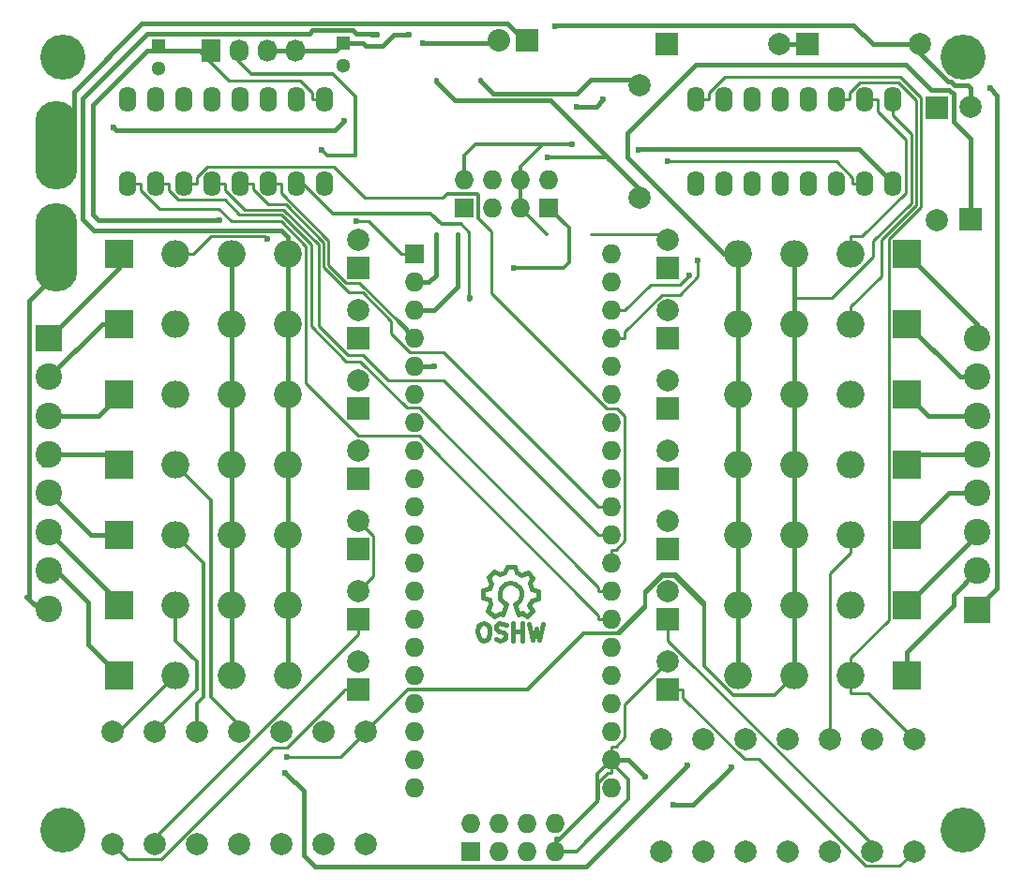
<source format=gtl>
G04 #@! TF.FileFunction,Copper,L1,Top,Signal*
%FSLAX46Y46*%
G04 Gerber Fmt 4.6, Leading zero omitted, Abs format (unit mm)*
G04 Created by KiCad (PCBNEW (2016-01-13 BZR 6465, Git 5af18e5)-product) date Wed 03 Feb 2016 11:46:56 AWST*
%MOMM*%
G01*
G04 APERTURE LIST*
%ADD10C,0.100000*%
%ADD11C,0.381000*%
%ADD12C,2.400000*%
%ADD13R,2.400000X2.400000*%
%ADD14C,1.998980*%
%ADD15R,1.998980X1.998980*%
%ADD16C,4.064000*%
%ADD17R,1.727200X1.727200*%
%ADD18O,1.727200X1.727200*%
%ADD19R,2.000000X2.000000*%
%ADD20C,2.000000*%
%ADD21R,2.032000X2.032000*%
%ADD22O,2.032000X2.032000*%
%ADD23R,1.727200X2.032000*%
%ADD24O,1.727200X2.032000*%
%ADD25O,1.600000X2.300000*%
%ADD26R,2.500000X2.500000*%
%ADD27O,2.500000X2.500000*%
%ADD28R,1.300000X1.300000*%
%ADD29C,1.300000*%
%ADD30O,3.800000X8.000000*%
%ADD31C,0.600000*%
%ADD32C,0.400000*%
%ADD33C,0.300000*%
%ADD34C,0.250000*%
G04 APERTURE END LIST*
D10*
D11*
X190644780Y-129943860D02*
X191005460Y-131414520D01*
X191005460Y-131414520D02*
X191284860Y-130352800D01*
X191284860Y-130352800D02*
X191594740Y-131424680D01*
X191594740Y-131424680D02*
X191935100Y-129974340D01*
X189224920Y-130634740D02*
X190014860Y-130624580D01*
X190014860Y-130624580D02*
X190025020Y-130634740D01*
X190025020Y-130634740D02*
X190025020Y-130624580D01*
X190065660Y-129913380D02*
X190065660Y-131455160D01*
X189176660Y-129903220D02*
X189176660Y-131472940D01*
X189176660Y-131472940D02*
X189186820Y-131462780D01*
X188625480Y-130004820D02*
X188274960Y-129923540D01*
X188274960Y-129923540D02*
X187954920Y-129913380D01*
X187954920Y-129913380D02*
X187716160Y-130114040D01*
X187716160Y-130114040D02*
X187685680Y-130383280D01*
X187685680Y-130383280D02*
X187926980Y-130624580D01*
X187926980Y-130624580D02*
X188315600Y-130754120D01*
X188315600Y-130754120D02*
X188495940Y-130914140D01*
X188495940Y-130914140D02*
X188536580Y-131213860D01*
X188536580Y-131213860D02*
X188305440Y-131434840D01*
X188305440Y-131434840D02*
X187985400Y-131462780D01*
X187985400Y-131462780D02*
X187634880Y-131353560D01*
X186596020Y-129903220D02*
X186347100Y-129923540D01*
X186347100Y-129923540D02*
X186105800Y-130164840D01*
X186105800Y-130164840D02*
X186016900Y-130655060D01*
X186016900Y-130655060D02*
X186044840Y-131003040D01*
X186044840Y-131003040D02*
X186245500Y-131323080D01*
X186245500Y-131323080D02*
X186496960Y-131445000D01*
X186496960Y-131445000D02*
X186806840Y-131373880D01*
X186806840Y-131373880D02*
X187025280Y-131193540D01*
X187025280Y-131193540D02*
X187096400Y-130733800D01*
X187096400Y-130733800D02*
X187045600Y-130324860D01*
X187045600Y-130324860D02*
X186936380Y-130042920D01*
X186936380Y-130042920D02*
X186575700Y-129913380D01*
X187195460Y-128183640D02*
X186936380Y-128744980D01*
X186936380Y-128744980D02*
X187474860Y-129263140D01*
X187474860Y-129263140D02*
X187995560Y-128993900D01*
X187995560Y-128993900D02*
X188274960Y-129153920D01*
X189715140Y-129133600D02*
X190045340Y-128943100D01*
X190045340Y-128943100D02*
X190484760Y-129273300D01*
X190484760Y-129273300D02*
X190957200Y-128783080D01*
X190957200Y-128783080D02*
X190675260Y-128303020D01*
X190675260Y-128303020D02*
X190865760Y-127833120D01*
X190865760Y-127833120D02*
X191475360Y-127645160D01*
X191475360Y-127645160D02*
X191475360Y-126964440D01*
X191475360Y-126964440D02*
X190916560Y-126824740D01*
X190916560Y-126824740D02*
X190715900Y-126253240D01*
X190715900Y-126253240D02*
X190985140Y-125783340D01*
X190985140Y-125783340D02*
X190515240Y-125272800D01*
X190515240Y-125272800D02*
X189997080Y-125534420D01*
X189997080Y-125534420D02*
X189527180Y-125333760D01*
X189527180Y-125333760D02*
X189357000Y-124792740D01*
X189357000Y-124792740D02*
X188666120Y-124774960D01*
X188666120Y-124774960D02*
X188455300Y-125323600D01*
X188455300Y-125323600D02*
X188036200Y-125493780D01*
X188036200Y-125493780D02*
X187485020Y-125224540D01*
X187485020Y-125224540D02*
X186966860Y-125752860D01*
X186966860Y-125752860D02*
X187215780Y-126293880D01*
X187215780Y-126293880D02*
X187045600Y-126773940D01*
X187045600Y-126773940D02*
X186496960Y-126873000D01*
X186496960Y-126873000D02*
X186486800Y-127574040D01*
X186486800Y-127574040D02*
X187045600Y-127774700D01*
X187045600Y-127774700D02*
X187185300Y-128173480D01*
X189326520Y-128153160D02*
X189626240Y-128003300D01*
X189626240Y-128003300D02*
X189826900Y-127805180D01*
X189826900Y-127805180D02*
X189976760Y-127403860D01*
X189976760Y-127403860D02*
X189976760Y-127005080D01*
X189976760Y-127005080D02*
X189826900Y-126654560D01*
X189826900Y-126654560D02*
X189374780Y-126304040D01*
X189374780Y-126304040D02*
X188925200Y-126253240D01*
X188925200Y-126253240D02*
X188526420Y-126354840D01*
X188526420Y-126354840D02*
X188125100Y-126702820D01*
X188125100Y-126702820D02*
X187975240Y-127154940D01*
X187975240Y-127154940D02*
X188026040Y-127652780D01*
X188026040Y-127652780D02*
X188274960Y-127955040D01*
X188274960Y-127955040D02*
X188625480Y-128153160D01*
X188625480Y-128153160D02*
X188274960Y-129153920D01*
X189326520Y-128153160D02*
X189725300Y-129153920D01*
D12*
X231140000Y-121651000D03*
X231140000Y-125151000D03*
X231140000Y-118151000D03*
X231140000Y-114651000D03*
X231140000Y-111151000D03*
X231140000Y-107651000D03*
D13*
X231140000Y-128651000D03*
D12*
X231140000Y-104151000D03*
X147320000Y-111140000D03*
X147320000Y-107640000D03*
X147320000Y-114640000D03*
X147320000Y-118140000D03*
X147320000Y-121640000D03*
X147320000Y-125140000D03*
D13*
X147320000Y-104140000D03*
D12*
X147320000Y-128640000D03*
D14*
X213233000Y-77594460D03*
D15*
X203073000Y-77594460D03*
D14*
X225933000Y-77594460D03*
D15*
X215773000Y-77594460D03*
D14*
X227459540Y-93472000D03*
D15*
X227459540Y-83312000D03*
D14*
X230502460Y-83185000D03*
D15*
X230502460Y-93345000D03*
D16*
X148590000Y-78740000D03*
X148590000Y-148590000D03*
X229870000Y-148590000D03*
D17*
X180340000Y-96520000D03*
D18*
X198120000Y-96520000D03*
X180340000Y-99060000D03*
X198120000Y-99060000D03*
X180340000Y-101600000D03*
X198120000Y-101600000D03*
X180340000Y-104140000D03*
X198120000Y-104140000D03*
X180340000Y-106680000D03*
X198120000Y-106680000D03*
X180340000Y-109220000D03*
X198120000Y-109220000D03*
X180340000Y-111760000D03*
X198120000Y-111760000D03*
X180340000Y-114300000D03*
X198120000Y-114300000D03*
X180340000Y-116840000D03*
X198120000Y-116840000D03*
X180340000Y-119380000D03*
X198120000Y-119380000D03*
X180340000Y-121920000D03*
X198120000Y-121920000D03*
X180340000Y-124460000D03*
X198120000Y-124460000D03*
X180340000Y-127000000D03*
X198120000Y-127000000D03*
X180340000Y-129540000D03*
X198120000Y-129540000D03*
X180340000Y-132080000D03*
X198120000Y-132080000D03*
X180340000Y-134620000D03*
X198120000Y-134620000D03*
X180340000Y-137160000D03*
X198120000Y-137160000D03*
X180340000Y-139700000D03*
X198120000Y-139700000D03*
X180340000Y-142240000D03*
X198120000Y-142240000D03*
X180340000Y-144780000D03*
X198120000Y-144780000D03*
D19*
X203200000Y-135890000D03*
D20*
X203200000Y-133350000D03*
D19*
X203200000Y-129540000D03*
D20*
X203200000Y-127000000D03*
D19*
X203200000Y-123190000D03*
D20*
X203200000Y-120650000D03*
D19*
X203200000Y-116840000D03*
D20*
X203200000Y-114300000D03*
D19*
X203200000Y-110490000D03*
D20*
X203200000Y-107950000D03*
D19*
X203200000Y-104140000D03*
D20*
X203200000Y-101600000D03*
D19*
X203200000Y-97790000D03*
D20*
X203200000Y-95250000D03*
D19*
X175260000Y-135890000D03*
D20*
X175260000Y-133350000D03*
D19*
X175260000Y-129540000D03*
D20*
X175260000Y-127000000D03*
D19*
X175260000Y-123190000D03*
D20*
X175260000Y-120650000D03*
D19*
X175260000Y-116840000D03*
D20*
X175260000Y-114300000D03*
D19*
X175260000Y-110490000D03*
D20*
X175260000Y-107950000D03*
D19*
X175260000Y-104140000D03*
D20*
X175260000Y-101600000D03*
D19*
X175260000Y-97790000D03*
D20*
X175260000Y-95250000D03*
D21*
X190500000Y-77216000D03*
D22*
X187960000Y-77216000D03*
D17*
X185420000Y-150495000D03*
D18*
X185420000Y-147955000D03*
X187960000Y-150495000D03*
X187960000Y-147955000D03*
X190500000Y-150495000D03*
X190500000Y-147955000D03*
X193040000Y-150495000D03*
X193040000Y-147955000D03*
D23*
X161925000Y-78105000D03*
D24*
X164465000Y-78105000D03*
X167005000Y-78105000D03*
X169545000Y-78105000D03*
D14*
X200660000Y-81280000D03*
X200660000Y-91440000D03*
X225425000Y-140335000D03*
X225425000Y-150495000D03*
X221615000Y-140335000D03*
X221615000Y-150495000D03*
X217805000Y-140335000D03*
X217805000Y-150495000D03*
X213995000Y-140335000D03*
X213995000Y-150495000D03*
X210185000Y-140335000D03*
X210185000Y-150495000D03*
X206375000Y-140335000D03*
X206375000Y-150495000D03*
X202565000Y-140335000D03*
X202565000Y-150495000D03*
X153035000Y-139700000D03*
X153035000Y-149860000D03*
X156845000Y-139700000D03*
X156845000Y-149860000D03*
X160655000Y-139700000D03*
X160655000Y-149860000D03*
X164465000Y-139700000D03*
X164465000Y-149860000D03*
X168275000Y-139700000D03*
X168275000Y-149860000D03*
X172085000Y-139700000D03*
X172085000Y-149860000D03*
X175895000Y-139700000D03*
X175895000Y-149860000D03*
D25*
X154432000Y-90170000D03*
X156972000Y-90170000D03*
X159512000Y-90170000D03*
X162052000Y-90170000D03*
X164592000Y-90170000D03*
X167132000Y-90170000D03*
X169672000Y-90170000D03*
X172212000Y-90170000D03*
X172212000Y-82550000D03*
X169672000Y-82550000D03*
X167132000Y-82550000D03*
X164592000Y-82550000D03*
X162052000Y-82550000D03*
X159512000Y-82550000D03*
X156972000Y-82550000D03*
X154432000Y-82550000D03*
X205740000Y-90170000D03*
X208280000Y-90170000D03*
X210820000Y-90170000D03*
X213360000Y-90170000D03*
X215900000Y-90170000D03*
X218440000Y-90170000D03*
X220980000Y-90170000D03*
X223520000Y-90170000D03*
X223520000Y-82550000D03*
X220980000Y-82550000D03*
X218440000Y-82550000D03*
X215900000Y-82550000D03*
X213360000Y-82550000D03*
X210820000Y-82550000D03*
X208280000Y-82550000D03*
X205740000Y-82550000D03*
D26*
X224790000Y-109220000D03*
D27*
X219710000Y-109220000D03*
X214630000Y-109220000D03*
X209550000Y-109220000D03*
D26*
X153670000Y-102870000D03*
D27*
X158750000Y-102870000D03*
X163830000Y-102870000D03*
X168910000Y-102870000D03*
D26*
X153670000Y-96520000D03*
D27*
X158750000Y-96520000D03*
X163830000Y-96520000D03*
X168910000Y-96520000D03*
D26*
X224790000Y-134620000D03*
D27*
X219710000Y-134620000D03*
X214630000Y-134620000D03*
X209550000Y-134620000D03*
D26*
X224790000Y-102870000D03*
D27*
X219710000Y-102870000D03*
X214630000Y-102870000D03*
X209550000Y-102870000D03*
D26*
X224790000Y-128270000D03*
D27*
X219710000Y-128270000D03*
X214630000Y-128270000D03*
X209550000Y-128270000D03*
D26*
X224790000Y-121920000D03*
D27*
X219710000Y-121920000D03*
X214630000Y-121920000D03*
X209550000Y-121920000D03*
D26*
X224790000Y-115570000D03*
D27*
X219710000Y-115570000D03*
X214630000Y-115570000D03*
X209550000Y-115570000D03*
D26*
X153670000Y-134620000D03*
D27*
X158750000Y-134620000D03*
X163830000Y-134620000D03*
X168910000Y-134620000D03*
D26*
X153670000Y-128270000D03*
D27*
X158750000Y-128270000D03*
X163830000Y-128270000D03*
X168910000Y-128270000D03*
D26*
X153670000Y-121920000D03*
D27*
X158750000Y-121920000D03*
X163830000Y-121920000D03*
X168910000Y-121920000D03*
D26*
X153670000Y-115570000D03*
D27*
X158750000Y-115570000D03*
X163830000Y-115570000D03*
X168910000Y-115570000D03*
D26*
X153670000Y-109220000D03*
D27*
X158750000Y-109220000D03*
X163830000Y-109220000D03*
X168910000Y-109220000D03*
D26*
X224790000Y-96520000D03*
D27*
X219710000Y-96520000D03*
X214630000Y-96520000D03*
X209550000Y-96520000D03*
D16*
X229870000Y-78740000D03*
D28*
X173863000Y-77470000D03*
D29*
X173863000Y-79470000D03*
D28*
X157226000Y-77724000D03*
D29*
X157226000Y-79724000D03*
D30*
X147955000Y-95963000D03*
X147955000Y-86663000D03*
D17*
X184785000Y-92329000D03*
D18*
X184785000Y-89789000D03*
X187325000Y-92329000D03*
X187325000Y-89789000D03*
X189865000Y-92329000D03*
X189865000Y-89789000D03*
D17*
X192405000Y-92329000D03*
D18*
X192405000Y-89789000D03*
D31*
X193040000Y-75946000D03*
X179832000Y-76708000D03*
X168656000Y-143383000D03*
X204978000Y-142748000D03*
X176911000Y-76708000D03*
X181102000Y-77470000D03*
X189255400Y-97777300D03*
X201168000Y-143764000D03*
X203708000Y-146304000D03*
X208915000Y-142875000D03*
X200533000Y-87122000D03*
X171958000Y-87122000D03*
X173990000Y-84455000D03*
X153162000Y-85090000D03*
X194945000Y-83185000D03*
X197358000Y-82550000D03*
X232283000Y-81534000D03*
X162687000Y-93472000D03*
X168820000Y-141999000D03*
X175027200Y-93569800D03*
X167027300Y-95150200D03*
X194564000Y-86614000D03*
X192366900Y-87782400D03*
X203172000Y-88142400D03*
X205157000Y-98432700D03*
X205907000Y-97116400D03*
X185293000Y-100457000D03*
X182118000Y-106680000D03*
D32*
X173863000Y-77470000D02*
X175641000Y-77470000D01*
X178435000Y-76708000D02*
X179832000Y-76708000D01*
X177419000Y-77724000D02*
X178435000Y-76708000D01*
X175895000Y-77724000D02*
X177419000Y-77724000D01*
X175641000Y-77470000D02*
X175895000Y-77724000D01*
X169545000Y-78105000D02*
X173228000Y-78105000D01*
X173228000Y-78105000D02*
X173863000Y-77470000D01*
X193167000Y-75819000D02*
X193040000Y-75946000D01*
X219969080Y-75819000D02*
X193167000Y-75819000D01*
X221744540Y-77594460D02*
X219969080Y-75819000D01*
X225933000Y-77594460D02*
X221744540Y-77594460D01*
X169799000Y-78359000D02*
X169545000Y-78105000D01*
X229362000Y-81280000D02*
X229108000Y-81280000D01*
X228727000Y-80899000D02*
X228473000Y-80899000D01*
X229108000Y-81280000D02*
X228727000Y-80899000D01*
X230502460Y-83185000D02*
X230502460Y-81536540D01*
X228473000Y-80899000D02*
X225933000Y-78359000D01*
X230245920Y-81280000D02*
X229362000Y-81280000D01*
X230502460Y-81536540D02*
X230245920Y-81280000D01*
X225933000Y-78359000D02*
X225933000Y-77594460D01*
X230502460Y-83185000D02*
X230502460Y-83182460D01*
X169545000Y-78105000D02*
X167005000Y-78105000D01*
X175641000Y-76581000D02*
X175040998Y-76581000D01*
X171103998Y-76292002D02*
X170815000Y-76581000D01*
X174752000Y-76292002D02*
X171103998Y-76292002D01*
X175040998Y-76581000D02*
X174752000Y-76292002D01*
X230502460Y-93345000D02*
X230502460Y-86103460D01*
X208280000Y-96520000D02*
X209550000Y-96520000D01*
X199517000Y-87757000D02*
X208280000Y-96520000D01*
X199517000Y-85598000D02*
X199517000Y-87757000D01*
X205740000Y-79375000D02*
X199517000Y-85598000D01*
X224663000Y-79375000D02*
X205740000Y-79375000D01*
X226949000Y-81661000D02*
X224663000Y-79375000D01*
X228600000Y-81661000D02*
X226949000Y-81661000D01*
X228981000Y-82042000D02*
X228600000Y-81661000D01*
X228981000Y-84582000D02*
X228981000Y-82042000D01*
X230502460Y-86103460D02*
X228981000Y-84582000D01*
X170307000Y-145034000D02*
X168656000Y-143383000D01*
X170307000Y-150876000D02*
X170307000Y-145034000D01*
X171323000Y-151892000D02*
X170307000Y-150876000D01*
X195834000Y-151892000D02*
X171323000Y-151892000D01*
X204978000Y-142748000D02*
X195834000Y-151892000D01*
X176403000Y-76708000D02*
X176276000Y-76581000D01*
X181102000Y-77470000D02*
X180975000Y-77470000D01*
X209550000Y-96520000D02*
X209169000Y-96520000D01*
X168910000Y-102870000D02*
X168910000Y-96520000D01*
X168910000Y-109220000D02*
X168910000Y-102870000D01*
X168910000Y-115570000D02*
X168910000Y-109220000D01*
X168910000Y-121920000D02*
X168910000Y-115570000D01*
X168910000Y-128270000D02*
X168910000Y-121920000D01*
X168910000Y-134620000D02*
X168910000Y-128270000D01*
X209550000Y-102870000D02*
X209550000Y-96520000D01*
X209550000Y-109220000D02*
X209550000Y-102870000D01*
X209550000Y-115570000D02*
X209550000Y-109220000D01*
X209550000Y-121920000D02*
X209550000Y-115570000D01*
X209550000Y-128270000D02*
X209550000Y-121920000D01*
X209550000Y-134620000D02*
X209550000Y-128270000D01*
X175641000Y-76581000D02*
X176276000Y-76581000D01*
X176784000Y-76581000D02*
X176911000Y-76708000D01*
X176276000Y-76581000D02*
X176784000Y-76581000D01*
X156210000Y-76581000D02*
X170815000Y-76581000D01*
X168910000Y-96520000D02*
X168910000Y-94996000D01*
X168910000Y-94996000D02*
X168275000Y-94361000D01*
X168275000Y-94361000D02*
X151384000Y-94361000D01*
X151384000Y-94361000D02*
X150368000Y-93345000D01*
X150368000Y-93345000D02*
X150368000Y-82423000D01*
X150368000Y-82423000D02*
X156210000Y-76581000D01*
X175641000Y-76581000D02*
X176276000Y-76581000D01*
X176911000Y-76708000D02*
X176403000Y-76708000D01*
X176403000Y-76708000D02*
X176276000Y-76581000D01*
X187960000Y-77470000D02*
X181102000Y-77470000D01*
X181102000Y-77470000D02*
X180975000Y-77470000D01*
D33*
X194245000Y-94772000D02*
X194245000Y-97296200D01*
X193763900Y-97777300D02*
X189255400Y-97777300D01*
X194245000Y-97296200D02*
X193763900Y-97777300D01*
X194245000Y-94772000D02*
X194245000Y-94169000D01*
X194245000Y-94169000D02*
X192405000Y-92329000D01*
D32*
X199644000Y-142240000D02*
X198120000Y-142240000D01*
X201168000Y-143764000D02*
X199644000Y-142240000D01*
X205486000Y-146304000D02*
X203708000Y-146304000D01*
X208915000Y-142875000D02*
X205486000Y-146304000D01*
X223520000Y-90170000D02*
X223520000Y-90043000D01*
X223520000Y-90043000D02*
X220472000Y-86995000D01*
X200660000Y-86995000D02*
X200533000Y-87122000D01*
X220472000Y-86995000D02*
X200660000Y-86995000D01*
D33*
X164465000Y-78105000D02*
X164465000Y-79121000D01*
X164465000Y-79121000D02*
X165608000Y-80264000D01*
X165608000Y-80264000D02*
X172974000Y-80264000D01*
X172974000Y-80264000D02*
X175006000Y-82296000D01*
X175006000Y-82296000D02*
X175006000Y-87627460D01*
X172463460Y-87627460D02*
X175006000Y-87627460D01*
X171958000Y-87122000D02*
X172463460Y-87627460D01*
X194945000Y-150495000D02*
X193040000Y-150495000D01*
X199644000Y-145796000D02*
X194945000Y-150495000D01*
X199644000Y-144018000D02*
X199644000Y-145796000D01*
X198120000Y-142494000D02*
X199644000Y-144018000D01*
X198120000Y-142240000D02*
X198120000Y-142494000D01*
X196850000Y-146050000D02*
X196850000Y-145868000D01*
X193040000Y-149860000D02*
X196850000Y-146050000D01*
X193040000Y-150495000D02*
X193040000Y-149860000D01*
X196850000Y-143510000D02*
X198120000Y-142240000D01*
X196850000Y-145868000D02*
X196850000Y-143510000D01*
D34*
X202722000Y-94772000D02*
X203200000Y-95250000D01*
X196245000Y-94772000D02*
X202722000Y-94772000D01*
X176585000Y-121975000D02*
X175260000Y-120650000D01*
X176585000Y-125675000D02*
X176585000Y-121975000D01*
X175260000Y-127000000D02*
X176585000Y-125675000D01*
X199309000Y-137241000D02*
X203200000Y-133350000D01*
X199309000Y-140234000D02*
X199309000Y-137241000D01*
X198492000Y-141051000D02*
X199309000Y-140234000D01*
X198120000Y-141051000D02*
X198492000Y-141051000D01*
X198120000Y-142240000D02*
X198120000Y-141051000D01*
X196931000Y-145787000D02*
X196850000Y-145868000D01*
X196931000Y-144246000D02*
X196931000Y-145787000D01*
X197748000Y-143429000D02*
X196931000Y-144246000D01*
X198120000Y-143429000D02*
X197748000Y-143429000D01*
X198120000Y-142240000D02*
X198120000Y-143429000D01*
X193040000Y-149306000D02*
X193040000Y-150495000D01*
X193412000Y-149306000D02*
X193040000Y-149306000D01*
X196850000Y-145868000D02*
X193412000Y-149306000D01*
D32*
X173101000Y-85344000D02*
X173990000Y-84455000D01*
X153416000Y-85344000D02*
X173101000Y-85344000D01*
X153162000Y-85090000D02*
X153416000Y-85344000D01*
X196723000Y-83185000D02*
X194945000Y-83185000D01*
X197358000Y-82550000D02*
X196723000Y-83185000D01*
X149542500Y-81851500D02*
X149542500Y-85075500D01*
X149542500Y-85075500D02*
X147955000Y-86663000D01*
X147955000Y-95963000D02*
X147955000Y-98298000D01*
X147955000Y-98298000D02*
X145542000Y-100711000D01*
X232918000Y-83566000D02*
X232918000Y-82169000D01*
X232918000Y-82169000D02*
X232283000Y-81534000D01*
X231140000Y-128651000D02*
X231140000Y-128524000D01*
X231140000Y-128524000D02*
X232918000Y-126746000D01*
X232918000Y-126746000D02*
X232918000Y-91948000D01*
X232918000Y-91948000D02*
X232918000Y-83566000D01*
X147320000Y-128640000D02*
X146420000Y-128640000D01*
X146420000Y-128640000D02*
X145542000Y-127762000D01*
X188722000Y-75692000D02*
X190500000Y-77470000D01*
X155702000Y-75692000D02*
X188722000Y-75692000D01*
X149542500Y-81851500D02*
X155702000Y-75692000D01*
X145542000Y-127762000D02*
X145542000Y-100711000D01*
X215773000Y-77594460D02*
X213233000Y-77594460D01*
X146420000Y-128640000D02*
X145288000Y-127508000D01*
X146420000Y-128640000D02*
X145288000Y-127508000D01*
X190500000Y-77470000D02*
X190500000Y-77216000D01*
D34*
X224073000Y-151847000D02*
X225425000Y-150495000D01*
X221031000Y-151847000D02*
X224073000Y-151847000D01*
X211379000Y-142196000D02*
X221031000Y-151847000D01*
X210109000Y-142196000D02*
X211379000Y-142196000D01*
X204525000Y-136611000D02*
X210109000Y-142196000D01*
X204525000Y-135890000D02*
X204525000Y-136611000D01*
X203200000Y-135890000D02*
X204525000Y-135890000D01*
X203200000Y-131476000D02*
X203200000Y-129540000D01*
X221615000Y-149890000D02*
X203200000Y-131476000D01*
X221615000Y-150495000D02*
X221615000Y-149890000D01*
X154379000Y-151204000D02*
X153035000Y-149860000D01*
X157437000Y-151204000D02*
X154379000Y-151204000D01*
X167499000Y-141142000D02*
X157437000Y-151204000D01*
X168769000Y-141142000D02*
X167499000Y-141142000D01*
X173935000Y-135976000D02*
X168769000Y-141142000D01*
X173935000Y-135890000D02*
X173935000Y-135976000D01*
X175260000Y-135890000D02*
X173935000Y-135890000D01*
X156845000Y-149256000D02*
X156845000Y-149860000D01*
X175236000Y-130865000D02*
X156845000Y-149256000D01*
X175260000Y-130865000D02*
X175236000Y-130865000D01*
X175260000Y-129540000D02*
X175260000Y-130865000D01*
D32*
X147320000Y-125140000D02*
X148000000Y-125140000D01*
X148000000Y-125140000D02*
X150876000Y-128016000D01*
X150876000Y-128016000D02*
X150876000Y-131826000D01*
X150876000Y-131826000D02*
X153670000Y-134620000D01*
X147320000Y-125730000D02*
X147320000Y-125476000D01*
D33*
X153670000Y-139700000D02*
X158750000Y-134620000D01*
X153035000Y-139700000D02*
X153670000Y-139700000D01*
D32*
X161925000Y-78105000D02*
X157607000Y-78105000D01*
X157607000Y-78105000D02*
X157226000Y-77724000D01*
D34*
X161544000Y-77724000D02*
X161925000Y-78105000D01*
D32*
X163830000Y-102870000D02*
X163830000Y-96520000D01*
X163830000Y-109220000D02*
X163830000Y-102870000D01*
X163830000Y-115570000D02*
X163830000Y-109220000D01*
X163830000Y-121920000D02*
X163830000Y-115570000D01*
X163830000Y-128270000D02*
X163830000Y-121920000D01*
X214630000Y-134620000D02*
X214630000Y-128270000D01*
X214630000Y-121920000D02*
X214630000Y-128270000D01*
X214630000Y-115570000D02*
X214630000Y-121920000D01*
X214630000Y-109220000D02*
X214630000Y-115570000D01*
X214630000Y-102870000D02*
X214630000Y-109220000D01*
X163830000Y-134620000D02*
X163830000Y-128270000D01*
D34*
X173596000Y-141999000D02*
X175895000Y-139700000D01*
X168820000Y-141999000D02*
X173596000Y-141999000D01*
X195510000Y-130810000D02*
X198544000Y-130810000D01*
X190430000Y-135890000D02*
X195510000Y-130810000D01*
X179705000Y-135890000D02*
X190430000Y-135890000D01*
X218028000Y-100488000D02*
X214630000Y-100488000D01*
X221712000Y-96803900D02*
X218028000Y-100488000D01*
X221712000Y-95342200D02*
X221712000Y-96803900D01*
X225143000Y-91911100D02*
X221712000Y-95342200D01*
X225143000Y-85647900D02*
X225143000Y-91911100D01*
X223520000Y-84025300D02*
X225143000Y-85647900D01*
X223520000Y-82550000D02*
X223520000Y-84025300D01*
D32*
X214630000Y-96520000D02*
X214630000Y-100488000D01*
X214630000Y-100488000D02*
X214630000Y-102870000D01*
D33*
X175895000Y-139700000D02*
X179705000Y-135890000D01*
X179705000Y-135890000D02*
X190430000Y-135890000D01*
X190430000Y-135890000D02*
X195510000Y-130810000D01*
X195510000Y-130810000D02*
X198544000Y-130810000D01*
X201168000Y-128524000D02*
X201168000Y-127144000D01*
X198882000Y-130810000D02*
X201168000Y-128524000D01*
X198544000Y-130810000D02*
X198882000Y-130810000D01*
D34*
X201153000Y-127159000D02*
X201168000Y-127144000D01*
X201153000Y-128200000D02*
X201153000Y-127159000D01*
X198544000Y-130810000D02*
X201153000Y-128200000D01*
D33*
X206474000Y-127988000D02*
X206474000Y-128386000D01*
X203962000Y-125476000D02*
X206474000Y-127988000D01*
X202692000Y-125476000D02*
X203962000Y-125476000D01*
X201168000Y-127000000D02*
X202692000Y-125476000D01*
X201168000Y-127144000D02*
X201168000Y-127000000D01*
D34*
X203738000Y-125650000D02*
X206474000Y-128386000D01*
X202662000Y-125650000D02*
X203738000Y-125650000D01*
X201168000Y-127144000D02*
X202662000Y-125650000D01*
X206474000Y-128386000D02*
X206474000Y-133811000D01*
D33*
X206474000Y-128386000D02*
X206474000Y-133811000D01*
X212852000Y-136398000D02*
X214630000Y-134620000D01*
X209062000Y-136398000D02*
X212852000Y-136398000D01*
X206474000Y-133811000D02*
X209062000Y-136398000D01*
D32*
X161925000Y-78105000D02*
X160800200Y-78105000D01*
D34*
X171086700Y-81987400D02*
X171086700Y-82550000D01*
X169973600Y-80874300D02*
X171086700Y-81987400D01*
X163569500Y-80874300D02*
X169973600Y-80874300D01*
X160800200Y-78105000D02*
X163569500Y-80874300D01*
X172212000Y-82550000D02*
X171086700Y-82550000D01*
D32*
X151765000Y-93472000D02*
X162687000Y-93472000D01*
X151257000Y-92964000D02*
X151765000Y-93472000D01*
X151257000Y-83058000D02*
X151257000Y-92964000D01*
X156210000Y-78105000D02*
X151257000Y-83058000D01*
X160800200Y-78105000D02*
X156210000Y-78105000D01*
D34*
X176200900Y-93569800D02*
X179151100Y-96520000D01*
X175027200Y-93569800D02*
X176200900Y-93569800D01*
X180340000Y-96520000D02*
X179151100Y-96520000D01*
D32*
X153670000Y-128270000D02*
X153670000Y-127990000D01*
X153670000Y-127990000D02*
X147320000Y-121640000D01*
D33*
X158750000Y-131445000D02*
X158750000Y-128270000D01*
X160655000Y-133350000D02*
X158750000Y-131445000D01*
X160655000Y-135890000D02*
X160655000Y-133350000D01*
X156845000Y-139700000D02*
X160655000Y-135890000D01*
D32*
X153670000Y-121920000D02*
X151100000Y-121920000D01*
X151100000Y-121920000D02*
X147320000Y-118140000D01*
D33*
X161290000Y-124460000D02*
X158750000Y-121920000D01*
X161290000Y-136525000D02*
X161290000Y-124460000D01*
X160655000Y-137160000D02*
X161290000Y-136525000D01*
X160655000Y-139700000D02*
X160655000Y-137160000D01*
X158750000Y-121920000D02*
X158488000Y-121920000D01*
D32*
X147320000Y-114640000D02*
X152740000Y-114640000D01*
X152740000Y-114640000D02*
X153670000Y-115570000D01*
X147320000Y-115570000D02*
X146812000Y-115570000D01*
D33*
X161925000Y-118745000D02*
X158750000Y-115570000D01*
X161925000Y-136525000D02*
X161925000Y-118745000D01*
X164465000Y-139065000D02*
X161925000Y-136525000D01*
X164465000Y-139700000D02*
X164465000Y-139065000D01*
D32*
X147320000Y-111140000D02*
X151750000Y-111140000D01*
X151750000Y-111140000D02*
X153670000Y-109220000D01*
X147320000Y-110490000D02*
X146812000Y-110490000D01*
X153670000Y-102870000D02*
X152090000Y-102870000D01*
X152090000Y-102870000D02*
X147320000Y-107640000D01*
X153670000Y-96520000D02*
X153670000Y-97790000D01*
X153670000Y-97790000D02*
X147320000Y-104140000D01*
D34*
X166763500Y-94886400D02*
X167027300Y-95150200D01*
X161958900Y-94886400D02*
X166763500Y-94886400D01*
X160325300Y-96520000D02*
X161958900Y-94886400D01*
X158750000Y-96520000D02*
X160325300Y-96520000D01*
D32*
X224790000Y-134620000D02*
X224790000Y-132461000D01*
X228981000Y-127310000D02*
X231140000Y-125151000D01*
X228981000Y-128270000D02*
X228981000Y-127310000D01*
X224790000Y-132461000D02*
X228981000Y-128270000D01*
D34*
X221285000Y-136195000D02*
X225425000Y-140335000D01*
X219710000Y-136195000D02*
X221285000Y-136195000D01*
X219710000Y-134620000D02*
X219710000Y-136195000D01*
X206865000Y-82550000D02*
X205740000Y-82550000D01*
X206865000Y-81987300D02*
X206865000Y-82550000D01*
X208301000Y-80551800D02*
X206865000Y-81987300D01*
X224202000Y-80551800D02*
X208301000Y-80551800D01*
X226043000Y-82393000D02*
X224202000Y-80551800D01*
X226043000Y-92284300D02*
X226043000Y-82393000D01*
X223170000Y-95157500D02*
X226043000Y-92284300D01*
X223170000Y-129585000D02*
X223170000Y-95157500D01*
X219710000Y-133045000D02*
X223170000Y-129585000D01*
X219710000Y-134620000D02*
X219710000Y-133045000D01*
D32*
X231140000Y-121651000D02*
X231140000Y-121920000D01*
X231140000Y-121920000D02*
X224790000Y-128270000D01*
X231140000Y-118151000D02*
X228559000Y-118151000D01*
X228559000Y-118151000D02*
X224790000Y-121920000D01*
D34*
X217805000Y-125400000D02*
X217805000Y-140335000D01*
X219710000Y-123495000D02*
X217805000Y-125400000D01*
X219710000Y-121920000D02*
X219710000Y-123495000D01*
D32*
X231140000Y-114651000D02*
X225709000Y-114651000D01*
X225709000Y-114651000D02*
X224790000Y-115570000D01*
X231140000Y-111151000D02*
X226721000Y-111151000D01*
X226721000Y-111151000D02*
X224790000Y-109220000D01*
X231140000Y-107651000D02*
X229571000Y-107651000D01*
X229571000Y-107651000D02*
X224790000Y-102870000D01*
D34*
X219565000Y-82550000D02*
X218440000Y-82550000D01*
X219565000Y-81987400D02*
X219565000Y-82550000D01*
X220512000Y-81041200D02*
X219565000Y-81987400D01*
X224004000Y-81041200D02*
X220512000Y-81041200D01*
X225593000Y-82629600D02*
X224004000Y-81041200D01*
X225593000Y-92097700D02*
X225593000Y-82629600D01*
X222456000Y-95234600D02*
X225593000Y-92097700D01*
X222456000Y-98548700D02*
X222456000Y-95234600D01*
X219710000Y-101295000D02*
X222456000Y-98548700D01*
X219710000Y-102870000D02*
X219710000Y-101295000D01*
D32*
X231140000Y-104151000D02*
X231140000Y-102870000D01*
X231140000Y-102870000D02*
X224790000Y-96520000D01*
D34*
X219710000Y-94944700D02*
X219710000Y-96520000D01*
X220695000Y-94944700D02*
X219710000Y-94944700D01*
X224645000Y-90994000D02*
X220695000Y-94944700D01*
X224645000Y-86215300D02*
X224645000Y-90994000D01*
X222105000Y-83675300D02*
X224645000Y-86215300D01*
X222105000Y-82550000D02*
X222105000Y-83675300D01*
X220980000Y-82550000D02*
X222105000Y-82550000D01*
D33*
X189865000Y-92329000D02*
X189865000Y-89789000D01*
X192245000Y-94772000D02*
X192245000Y-94709000D01*
X192245000Y-94709000D02*
X189865000Y-92329000D01*
X184785000Y-89789000D02*
X184785000Y-87630000D01*
X185801000Y-86614000D02*
X191897000Y-86614000D01*
X184785000Y-87630000D02*
X185801000Y-86614000D01*
X192245000Y-94709000D02*
X189865000Y-92329000D01*
X189865000Y-92329000D02*
X189865000Y-88646000D01*
X189865000Y-88646000D02*
X191897000Y-86614000D01*
X191897000Y-86614000D02*
X194564000Y-86614000D01*
D32*
X194975000Y-82042000D02*
X196245000Y-80772000D01*
X187452000Y-82042000D02*
X194975000Y-82042000D01*
X186245000Y-80835000D02*
X187452000Y-82042000D01*
X186245000Y-80772000D02*
X186245000Y-80835000D01*
X200152000Y-80772000D02*
X200660000Y-81280000D01*
X196245000Y-80772000D02*
X200152000Y-80772000D01*
X200660000Y-81280000D02*
X199898000Y-81280000D01*
D33*
X192366900Y-87782400D02*
X192392300Y-87757000D01*
X192392300Y-87757000D02*
X197739000Y-87757000D01*
X197739000Y-87757000D02*
X197840600Y-87858600D01*
X197840600Y-87858600D02*
X197840600Y-88036400D01*
X197840600Y-88036400D02*
X197840600Y-87858600D01*
D32*
X200660000Y-90678000D02*
X200660000Y-91440000D01*
X192624000Y-82642000D02*
X197840600Y-87858600D01*
X197840600Y-87858600D02*
X200660000Y-90678000D01*
X183988000Y-82642000D02*
X192624000Y-82642000D01*
X182245000Y-80899000D02*
X183988000Y-82642000D01*
X182245000Y-80772000D02*
X182245000Y-80899000D01*
D34*
X218378000Y-88142400D02*
X203172000Y-88142400D01*
X219855000Y-89619400D02*
X218378000Y-88142400D01*
X219855000Y-90170000D02*
X219855000Y-89619400D01*
X220980000Y-90170000D02*
X219855000Y-90170000D01*
D32*
X182245000Y-98425000D02*
X182245000Y-94772000D01*
X181610000Y-99060000D02*
X182245000Y-98425000D01*
X180340000Y-99060000D02*
X181610000Y-99060000D01*
X184245000Y-99473000D02*
X184245000Y-94772000D01*
X182118000Y-101600000D02*
X184245000Y-99473000D01*
X180340000Y-101600000D02*
X182118000Y-101600000D01*
D34*
X204302000Y-99288600D02*
X205157000Y-98432700D01*
X201620000Y-99288600D02*
X204302000Y-99288600D01*
X199309000Y-101600000D02*
X201620000Y-99288600D01*
X198120000Y-101600000D02*
X199309000Y-101600000D01*
X205907000Y-98567500D02*
X205907000Y-97116400D01*
X204244000Y-100231000D02*
X205907000Y-98567500D01*
X202624000Y-100231000D02*
X204244000Y-100231000D01*
X199309000Y-103546000D02*
X202624000Y-100231000D01*
X199309000Y-104140000D02*
X199309000Y-103546000D01*
X198120000Y-104140000D02*
X199309000Y-104140000D01*
D33*
X170234700Y-90170000D02*
X172901700Y-92837000D01*
X172901700Y-92837000D02*
X181356000Y-92837000D01*
X169672000Y-90170000D02*
X170234700Y-90170000D01*
X184547700Y-93836300D02*
X182769700Y-93836300D01*
X181770400Y-92837000D02*
X181356000Y-92837000D01*
X182769700Y-93836300D02*
X181770400Y-92837000D01*
D32*
X180340000Y-106680000D02*
X182118000Y-106680000D01*
X185245000Y-100457000D02*
X185245000Y-100607600D01*
X185293000Y-100457000D02*
X185245000Y-100457000D01*
D34*
X185245000Y-94533600D02*
X185245000Y-100607600D01*
X184547700Y-93836300D02*
X185245000Y-94533600D01*
D32*
X178833800Y-102598200D02*
X178833800Y-102633800D01*
X178833800Y-102633800D02*
X180340000Y-104140000D01*
D34*
X167132000Y-90170000D02*
X168257300Y-90170000D01*
X168257300Y-91018100D02*
X168257300Y-90170000D01*
X172544600Y-95305400D02*
X168257300Y-91018100D01*
X172544600Y-97534700D02*
X172544600Y-95305400D01*
X174125200Y-99115300D02*
X172544600Y-97534700D01*
X175350900Y-99115300D02*
X174125200Y-99115300D01*
X178833800Y-102598200D02*
X175350900Y-99115300D01*
X164592000Y-90170000D02*
X165717300Y-90170000D01*
X196931100Y-119380000D02*
X182961100Y-105410000D01*
X182961100Y-105410000D02*
X179902800Y-105410000D01*
X179902800Y-105410000D02*
X178231500Y-103738700D01*
X178231500Y-103738700D02*
X178231500Y-102637300D01*
X178231500Y-102637300D02*
X175611300Y-100017100D01*
X175611300Y-100017100D02*
X174390100Y-100017100D01*
X174390100Y-100017100D02*
X172094300Y-97721300D01*
X172094300Y-97721300D02*
X172094300Y-95492000D01*
X172094300Y-95492000D02*
X168668700Y-92066400D01*
X168668700Y-92066400D02*
X167076300Y-92066400D01*
X167076300Y-92066400D02*
X165717300Y-90707400D01*
X165717300Y-90707400D02*
X165717300Y-90170000D01*
X198120000Y-119380000D02*
X196931100Y-119380000D01*
X162052000Y-90170000D02*
X163177300Y-90170000D01*
X198120000Y-121920000D02*
X196931100Y-121920000D01*
X163177300Y-90732600D02*
X163177300Y-90170000D01*
X164961400Y-92516700D02*
X163177300Y-90732600D01*
X168482100Y-92516700D02*
X164961400Y-92516700D01*
X171644000Y-95678600D02*
X168482100Y-92516700D01*
X171644000Y-103031600D02*
X171644000Y-95678600D01*
X174286000Y-105673600D02*
X171644000Y-103031600D01*
X175622000Y-105673600D02*
X174286000Y-105673600D01*
X177898400Y-107950000D02*
X175622000Y-105673600D01*
X182961100Y-107950000D02*
X177898400Y-107950000D01*
X196931100Y-121920000D02*
X182961100Y-107950000D01*
D33*
X186077300Y-93322700D02*
X186077300Y-91322600D01*
X183273700Y-91084400D02*
X182930600Y-91427500D01*
X185953400Y-91084400D02*
X183273700Y-91084400D01*
X186080400Y-91211400D02*
X185953400Y-91084400D01*
X186080400Y-91319500D02*
X186080400Y-91211400D01*
X186077300Y-91322600D02*
X186080400Y-91319500D01*
D34*
X198489500Y-123271100D02*
X198120000Y-123271100D01*
X199312400Y-122448200D02*
X198489500Y-123271100D01*
X199312400Y-111197800D02*
X199312400Y-122448200D01*
X198604600Y-110490000D02*
X199312400Y-111197800D01*
X197698900Y-110490000D02*
X198604600Y-110490000D01*
X187245000Y-100036100D02*
X197698900Y-110490000D01*
X187245000Y-94490400D02*
X187245000Y-100036100D01*
X186077300Y-93322700D02*
X187245000Y-94490400D01*
X175812500Y-91427500D02*
X182930600Y-91427500D01*
X159512000Y-90170000D02*
X160637300Y-90170000D01*
X160637300Y-90170000D02*
X160637300Y-89607400D01*
X160637300Y-89607400D02*
X161562400Y-88682300D01*
X161562400Y-88682300D02*
X173067300Y-88682300D01*
X173067300Y-88682300D02*
X175812500Y-91427500D01*
X198120000Y-124460000D02*
X198120000Y-123271100D01*
X196931100Y-126628500D02*
X196931100Y-127000000D01*
X180726700Y-110424100D02*
X196931100Y-126628500D01*
X179634500Y-110424100D02*
X180726700Y-110424100D01*
X175425400Y-106215000D02*
X179634500Y-110424100D01*
X174135200Y-106215000D02*
X175425400Y-106215000D01*
X170968700Y-103048500D02*
X174135200Y-106215000D01*
X170968700Y-95640200D02*
X170968700Y-103048500D01*
X168295600Y-92967100D02*
X170968700Y-95640200D01*
X164515100Y-92967100D02*
X168295600Y-92967100D01*
X163196000Y-91648000D02*
X164515100Y-92967100D01*
X159012600Y-91648000D02*
X163196000Y-91648000D01*
X158097300Y-90732700D02*
X159012600Y-91648000D01*
X158097300Y-90170000D02*
X158097300Y-90732700D01*
X156972000Y-90170000D02*
X158097300Y-90170000D01*
X198120000Y-127000000D02*
X196931100Y-127000000D01*
X196931100Y-129168500D02*
X196931100Y-129540000D01*
X180711600Y-112949000D02*
X196931100Y-129168500D01*
X175229600Y-112949000D02*
X180711600Y-112949000D01*
X170518300Y-108237700D02*
X175229600Y-112949000D01*
X170518300Y-95826700D02*
X170518300Y-108237700D01*
X168267900Y-93576300D02*
X170518300Y-95826700D01*
X163785600Y-93576300D02*
X168267900Y-93576300D01*
X162629300Y-92420000D02*
X163785600Y-93576300D01*
X157244700Y-92420000D02*
X162629300Y-92420000D01*
X155557300Y-90732600D02*
X157244700Y-92420000D01*
X155557300Y-90170000D02*
X155557300Y-90732600D01*
X154432000Y-90170000D02*
X155557300Y-90170000D01*
X198120000Y-129540000D02*
X196931100Y-129540000D01*
M02*

</source>
